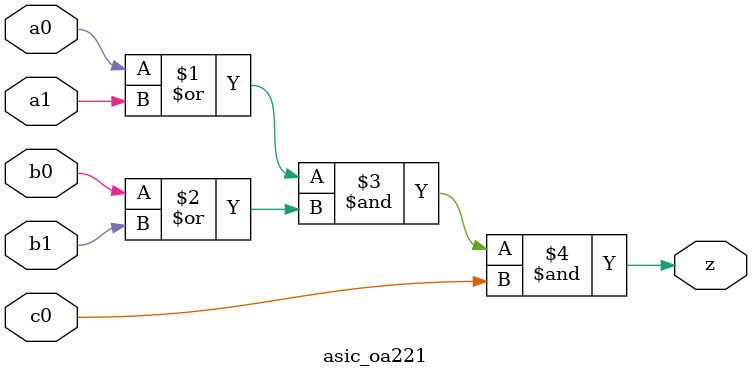
<source format=v>


module asic_oa221 #(parameter PROP = "DEFAULT")   (
    input  a0,
    input  a1,
    input  b0,
    input  b1,
    input  c0,
    output z
    );

   assign z = (a0 | a1) & (b0 | b1) & (c0);

endmodule

</source>
